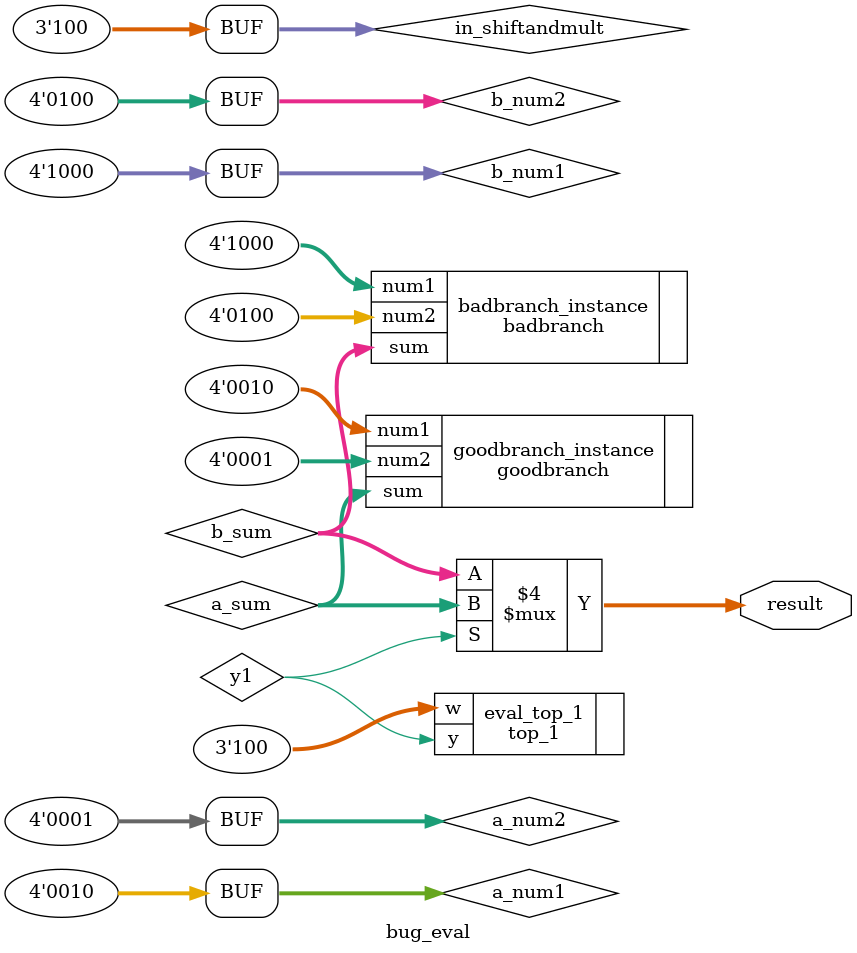
<source format=v>
`include "syn_yosys.v"
`include "goodbranch.v"
`include "badbranch.v"

module bug_eval (result);

    wire y1, y2;
    wire [2:0] in_shiftandmult;
    output reg [4:0] result;

    top_1 eval_top_1 (.y(y1), .w(in_shiftandmult));

    wire [3:0] a_num1;
    wire [3:0] a_num2;
    wire [3:0] b_num1;
    wire [3:0] b_num2;
    wire [4:0] a_sum;
    wire [4:0] b_sum;

    goodbranch goodbranch_instance (.num1(a_num1), .num2(a_num2), .sum(a_sum));
    badbranch badbranch_instance (.num1(b_num1), .num2(b_num2), .sum(b_sum));

    assign a_num1 = 4'b0010;
    assign a_num2 = 4'b0001;
    assign b_num1 = 4'b1000;
    assign b_num2 = 4'b0100;

    assign in_shiftandmult = 3'b100;

    always @* begin
        if (y1 == 1) begin
            //GOOD BRANCH
            result = a_sum;
        end
        else begin
            //BAD BRANCH           
            result = b_sum;
        end
    end
endmodule
</source>
